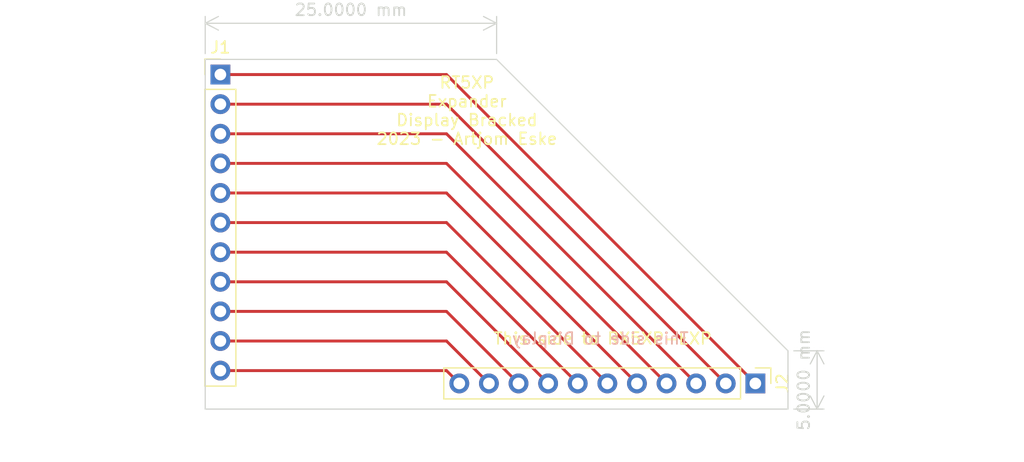
<source format=kicad_pcb>
(kicad_pcb (version 20211014) (generator pcbnew)
  (layers (0 "F.Cu" signal) (31 "B.Cu" signal) (34 "B.Paste" user) (35 "F.Paste" user) (36 "B.SilkS" user "B.Silkscreen") (37 "F.SilkS" user "F.Silkscreen") (38 "B.Mask" user) (39 "F.Mask" user) (44 "Edge.Cuts" user))
  (net 0 "")
  (net 1 "Net-(J1-Pad1)")
  (net 2 "Net-(J1-Pad2)")
  (net 3 "Net-(J1-Pad3)")
  (net 4 "Net-(J1-Pad4)")
  (net 5 "Net-(J1-Pad5)")
  (net 6 "Net-(J1-Pad6)")
  (net 7 "Net-(J1-Pad7)")
  (net 8 "Net-(J1-Pad8)")
  (net 9 "Net-(J1-Pad9)")
  (net 10 "Net-(J1-Pad10)")
  (net 11 "Net-(J1-Pad11)")
  (footprint "Connector_PinHeader_2.54mm:PinHeader_1x11_P2.54mm_Vertical" (layer "F.Cu") (at 47.2 27.8 -90)
    (fp_text reference "J2" (at 0 -2.33 90) (layer "F.SilkS"))
    (fp_text value "Conn_01x11_Male")
    (fp_line (start 1.33 1.27) (end 1.33 26.73) (layer "F.SilkS") (width 0.12))
    (fp_line (start -1.33 1.27) (end 1.33 1.27) (layer "F.SilkS") (width 0.12))
    (fp_line (start -1.33 1.27) (end -1.33 26.73) (layer "F.SilkS") (width 0.12))
    (fp_line (start -1.33 -1.33) (end 0 -1.33) (layer "F.SilkS") (width 0.12))
    (fp_line (start -1.33 0) (end -1.33 -1.33) (layer "F.SilkS") (width 0.12))
    (fp_line (start -1.33 26.73) (end 1.33 26.73) (layer "F.SilkS") (width 0.12))
    (pad "1" thru_hole rect (at 0 0 270) (size 1.7 1.7) (drill 1) (layers *.Cu *.Mask) (net 1 "Net-(J1-Pad1)"))
    (pad "2" thru_hole oval (at 0 2.54 270) (size 1.7 1.7) (drill 1) (layers *.Cu *.Mask) (net 2 "Net-(J1-Pad2)"))
    (pad "3" thru_hole oval (at 0 5.08 270) (size 1.7 1.7) (drill 1) (layers *.Cu *.Mask) (net 3 "Net-(J1-Pad3)"))
    (pad "4" thru_hole oval (at 0 7.62 270) (size 1.7 1.7) (drill 1) (layers *.Cu *.Mask) (net 4 "Net-(J1-Pad4)"))
    (pad "5" thru_hole oval (at 0 10.16 270) (size 1.7 1.7) (drill 1) (layers *.Cu *.Mask) (net 5 "Net-(J1-Pad5)"))
    (pad "6" thru_hole oval (at 0 12.7 270) (size 1.7 1.7) (drill 1) (layers *.Cu *.Mask) (net 6 "Net-(J1-Pad6)"))
    (pad "7" thru_hole oval (at 0 15.24 270) (size 1.7 1.7) (drill 1) (layers *.Cu *.Mask) (net 7 "Net-(J1-Pad7)"))
    (pad "8" thru_hole oval (at 0 17.78 270) (size 1.7 1.7) (drill 1) (layers *.Cu *.Mask) (net 8 "Net-(J1-Pad8)"))
    (pad "9" thru_hole oval (at 0 20.32 270) (size 1.7 1.7) (drill 1) (layers *.Cu *.Mask) (net 9 "Net-(J1-Pad9)"))
    (pad "10" thru_hole oval (at 0 22.86 270) (size 1.7 1.7) (drill 1) (layers *.Cu *.Mask) (net 10 "Net-(J1-Pad10)"))
    (pad "11" thru_hole oval (at 0 25.4 270) (size 1.7 1.7) (drill 1) (layers *.Cu *.Mask) (net 11 "Net-(J1-Pad11)"))
  )
  (footprint "Connector_PinHeader_2.54mm:PinHeader_1x11_P2.54mm_Vertical" (layer "F.Cu") (at 1.3 1.3)
    (fp_text reference "J1" (at 0 -2.33) (layer "F.SilkS"))
    (fp_text value "Conn_01x11_Male")
    (fp_line (start -1.33 0) (end -1.33 -1.33) (layer "F.SilkS") (width 0.12))
    (fp_line (start 1.33 1.27) (end 1.33 26.73) (layer "F.SilkS") (width 0.12))
    (fp_line (start -1.33 1.27) (end 1.33 1.27) (layer "F.SilkS") (width 0.12))
    (fp_line (start -1.33 1.27) (end -1.33 26.73) (layer "F.SilkS") (width 0.12))
    (fp_line (start -1.33 -1.33) (end 0 -1.33) (layer "F.SilkS") (width 0.12))
    (fp_line (start -1.33 26.73) (end 1.33 26.73) (layer "F.SilkS") (width 0.12))
    (pad "1" thru_hole rect (at 0 0) (size 1.7 1.7) (drill 1) (layers *.Cu *.Mask) (net 1 "Net-(J1-Pad1)"))
    (pad "2" thru_hole oval (at 0 2.54) (size 1.7 1.7) (drill 1) (layers *.Cu *.Mask) (net 2 "Net-(J1-Pad2)"))
    (pad "3" thru_hole oval (at 0 5.08) (size 1.7 1.7) (drill 1) (layers *.Cu *.Mask) (net 3 "Net-(J1-Pad3)"))
    (pad "4" thru_hole oval (at 0 7.62) (size 1.7 1.7) (drill 1) (layers *.Cu *.Mask) (net 4 "Net-(J1-Pad4)"))
    (pad "5" thru_hole oval (at 0 10.16) (size 1.7 1.7) (drill 1) (layers *.Cu *.Mask) (net 5 "Net-(J1-Pad5)"))
    (pad "6" thru_hole oval (at 0 12.7) (size 1.7 1.7) (drill 1) (layers *.Cu *.Mask) (net 6 "Net-(J1-Pad6)"))
    (pad "7" thru_hole oval (at 0 15.24) (size 1.7 1.7) (drill 1) (layers *.Cu *.Mask) (net 7 "Net-(J1-Pad7)"))
    (pad "8" thru_hole oval (at 0 17.78) (size 1.7 1.7) (drill 1) (layers *.Cu *.Mask) (net 8 "Net-(J1-Pad8)"))
    (pad "9" thru_hole oval (at 0 20.32) (size 1.7 1.7) (drill 1) (layers *.Cu *.Mask) (net 9 "Net-(J1-Pad9)"))
    (pad "10" thru_hole oval (at 0 22.86) (size 1.7 1.7) (drill 1) (layers *.Cu *.Mask) (net 10 "Net-(J1-Pad10)"))
    (pad "11" thru_hole oval (at 0 25.4) (size 1.7 1.7) (drill 1) (layers *.Cu *.Mask) (net 11 "Net-(J1-Pad11)"))
  )
  (gr_line (start 50 25) (end 25 0) (layer "Edge.Cuts") (width 0.1))
  (gr_line (start 50 25) (end 50 30) (layer "Edge.Cuts") (width 0.1))
  (gr_line (start 50 30) (end 0 30) (layer "Edge.Cuts") (width 0.1))
  (gr_line (start 0 0) (end 25 0) (layer "Edge.Cuts") (width 0.1))
  (gr_line (start 0 30) (end 0 0) (layer "Edge.Cuts") (width 0.1))
  (gr_text "This side to Display" (at 33.9 23.95) (layer "B.SilkS") (effects (font (size 1 1)) (justify mirror)))
  (gr_text "RT5XP\nExpander\nDisplay Bracked\n2023 - Artjom Eske" (at 22.45 4.4) (layer "F.SilkS") (effects (font (size 1 1))))
  (gr_text "This side to RX5XP-EXP" (at 34.1 23.95) (layer "F.SilkS") (effects (font (size 1 1))))
  (dimension (type aligned) (layer "Edge.Cuts") (pts (xy 50 30) (xy 50 25)) (height 2.5) (gr_text "5,0000 mm" (at 51.35 27.5 90) (layer "Edge.Cuts") (effects (font (size 1 1) (thickness 0.15)))) (format (units 3) (units_format 1) (precision 4)) (style (thickness 0.1) (arrow_length 1.27) (text_position_mode 0) (extension_height 0.58642) (extension_offset 0.5) keep_text_aligned))
  (dimension (type aligned) (layer "Edge.Cuts") (pts (xy 0 0) (xy 25 0)) (height -3.1) (gr_text "25,0000 mm" (at 12.5 -4.25) (layer "Edge.Cuts") (effects (font (size 1 1) (thickness 0.15)))) (format (units 3) (units_format 1) (precision 4)) (style (thickness 0.1) (arrow_length 1.27) (text_position_mode 0) (extension_height 0.58642) (extension_offset 0.5) keep_text_aligned))
  (segment (start 20.7 1.3) (end 47.2 27.8) (width 0.25) (layer "F.Cu") (net 1))
  (segment (start 1.3 1.3) (end 20.7 1.3) (width 0.25) (layer "F.Cu") (net 1))
  (segment (start 20.7 3.84) (end 44.66 27.8) (width 0.25) (layer "F.Cu") (net 2))
  (segment (start 1.3 3.84) (end 20.7 3.84) (width 0.25) (layer "F.Cu") (net 2))
  (segment (start 1.3 6.38) (end 20.7 6.38) (width 0.25) (layer "F.Cu") (net 3))
  (segment (start 20.7 6.38) (end 42.12 27.8) (width 0.25) (layer "F.Cu") (net 3))
  (segment (start 20.7 8.92) (end 39.58 27.8) (width 0.25) (layer "F.Cu") (net 4))
  (segment (start 1.3 8.92) (end 20.7 8.92) (width 0.25) (layer "F.Cu") (net 4))
  (segment (start 37.04 27.8) (end 20.94 11.7) (width 0.25) (layer "F.Cu") (net 5))
  (segment (start 1.3 11.46) (end 20.7 11.46) (width 0.25) (layer "F.Cu") (net 5))
  (segment (start 20.7 11.46) (end 20.94 11.7) (width 0.25) (layer "F.Cu") (net 5))
  (segment (start 1.3 14) (end 20.7 14) (width 0.25) (layer "F.Cu") (net 6))
  (segment (start 20.7 14) (end 34.5 27.8) (width 0.25) (layer "F.Cu") (net 6))
  (segment (start 1.3 16.54) (end 20.7 16.54) (width 0.25) (layer "F.Cu") (net 7))
  (segment (start 20.7 16.54) (end 31.96 27.8) (width 0.25) (layer "F.Cu") (net 7))
  (segment (start 1.3 19.08) (end 20.7 19.08) (width 0.25) (layer "F.Cu") (net 8))
  (segment (start 20.7 19.08) (end 29.42 27.8) (width 0.25) (layer "F.Cu") (net 8))
  (segment (start 1.3 21.62) (end 20.7 21.62) (width 0.25) (layer "F.Cu") (net 9))
  (segment (start 20.7 21.62) (end 26.88 27.8) (width 0.25) (layer "F.Cu") (net 9))
  (segment (start 20.7 24.16) (end 24.34 27.8) (width 0.25) (layer "F.Cu") (net 10))
  (segment (start 1.3 24.16) (end 20.7 24.16) (width 0.25) (layer "F.Cu") (net 10))
  (segment (start 20.7 26.7) (end 21.8 27.8) (width 0.25) (layer "F.Cu") (net 11))
  (segment (start 1.3 26.7) (end 20.7 26.7) (width 0.25) (layer "F.Cu") (net 11))
)
</source>
